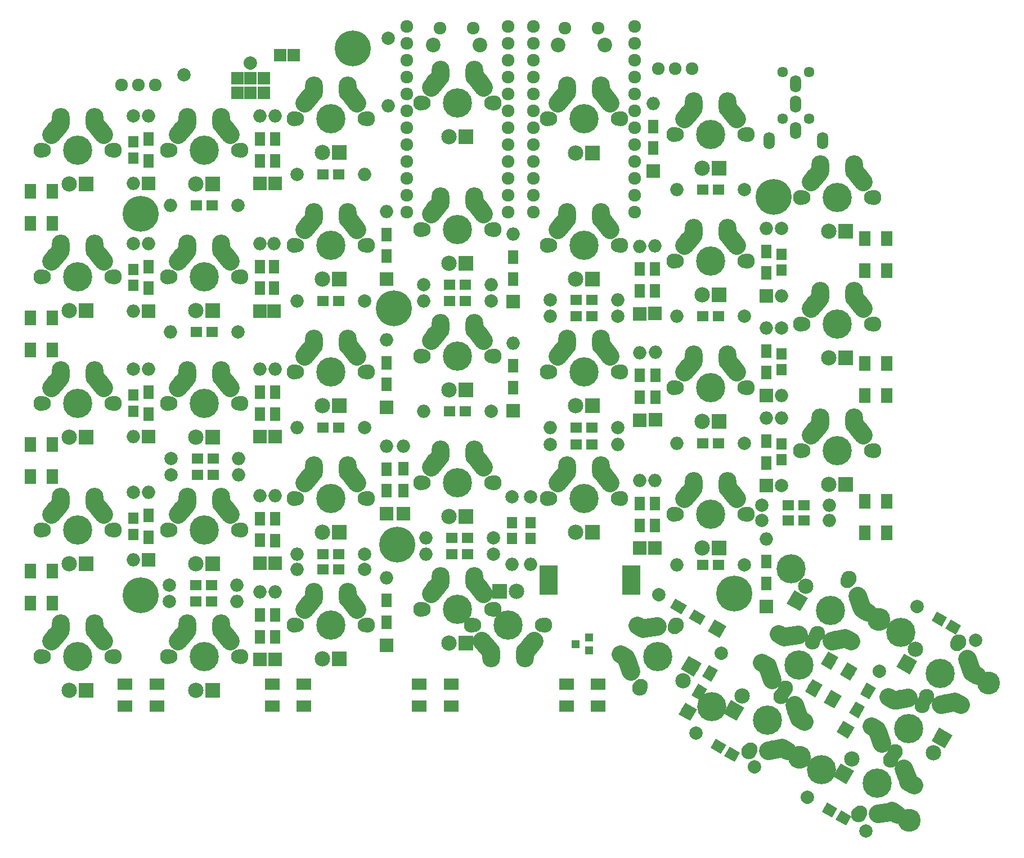
<source format=gbs>
G04 #@! TF.GenerationSoftware,KiCad,Pcbnew,(5.0.0)*
G04 #@! TF.CreationDate,2018-11-09T01:29:58+09:00*
G04 #@! TF.ProjectId,ergodash,6572676F646173682E6B696361645F70,2.0*
G04 #@! TF.SameCoordinates,Original*
G04 #@! TF.FileFunction,Soldermask,Bot*
G04 #@! TF.FilePolarity,Negative*
%FSLAX46Y46*%
G04 Gerber Fmt 4.6, Leading zero omitted, Abs format (unit mm)*
G04 Created by KiCad (PCBNEW (5.0.0)) date 11/09/18 01:29:58*
%MOMM*%
%LPD*%
G01*
G04 APERTURE LIST*
%ADD10R,1.600000X1.800000*%
%ADD11C,2.000000*%
%ADD12O,2.000000X2.000000*%
%ADD13C,1.600000*%
%ADD14C,0.100000*%
%ADD15C,2.000000*%
%ADD16R,1.800000X1.600000*%
%ADD17C,1.610000*%
%ADD18O,1.700000X2.600000*%
%ADD19C,4.400000*%
%ADD20C,2.300000*%
%ADD21C,2.800000*%
%ADD22C,2.800000*%
%ADD23O,2.700000X3.737000*%
%ADD24C,2.100000*%
%ADD25C,4.387800*%
%ADD26C,3.448000*%
%ADD27C,2.700000*%
%ADD28C,2.700000*%
%ADD29R,2.800000X4.400000*%
%ADD30C,2.200000*%
%ADD31C,1.924000*%
%ADD32C,5.400000*%
%ADD33R,1.924000X1.924000*%
%ADD34C,2.305000*%
%ADD35R,2.305000X2.305000*%
%ADD36R,1.300000X1.200000*%
%ADD37R,1.600000X2.000000*%
%ADD38R,2.000000X2.000000*%
%ADD39R,1.800000X2.200000*%
%ADD40R,2.200000X1.800000*%
%ADD41C,1.800000*%
G04 APERTURE END LIST*
D10*
G04 #@! TO.C,R40*
X155194000Y-116409000D03*
D11*
X155194000Y-110109000D03*
D12*
X155194000Y-120269000D03*
D10*
X155194000Y-114009000D03*
G04 #@! TD*
G04 #@! TO.C,R25*
X192913000Y-102158000D03*
D11*
X192913000Y-108458000D03*
D12*
X192913000Y-98298000D03*
D10*
X192913000Y-104558000D03*
G04 #@! TD*
D13*
G04 #@! TO.C,R37*
X216662000Y-128524000D03*
D14*
G36*
X217841423Y-128281180D02*
X217041423Y-129666820D01*
X215482577Y-128766820D01*
X216282577Y-127381180D01*
X217841423Y-128281180D01*
X217841423Y-128281180D01*
G37*
D11*
X222117960Y-131674000D03*
X213319142Y-126594000D03*
D15*
X213319142Y-126594000D02*
X213319142Y-126594000D01*
D13*
X218740461Y-129724000D03*
D14*
G36*
X219919884Y-129481180D02*
X219119884Y-130866820D01*
X217561038Y-129966820D01*
X218361038Y-128581180D01*
X219919884Y-129481180D01*
X219919884Y-129481180D01*
G37*
G04 #@! TD*
D10*
G04 #@! TO.C,R13*
X152400000Y-116388000D03*
D11*
X152400000Y-110088000D03*
D12*
X152400000Y-120248000D03*
D10*
X152400000Y-113988000D03*
G04 #@! TD*
G04 #@! TO.C,R3*
X95377000Y-59132000D03*
D11*
X95377000Y-52832000D03*
D12*
X95377000Y-62992000D03*
D10*
X95377000Y-56732000D03*
G04 #@! TD*
D16*
G04 #@! TO.C,R4*
X104825000Y-66294000D03*
D11*
X111125000Y-66294000D03*
D12*
X100965000Y-66294000D03*
D16*
X107225000Y-66294000D03*
G04 #@! TD*
G04 #@! TO.C,R5*
X126315000Y-61595000D03*
D11*
X120015000Y-61595000D03*
D12*
X130175000Y-61595000D03*
D16*
X123915000Y-61595000D03*
G04 #@! TD*
G04 #@! TO.C,R6*
X145365000Y-78232000D03*
D11*
X139065000Y-78232000D03*
D12*
X149225000Y-78232000D03*
D16*
X142965000Y-78232000D03*
G04 #@! TD*
G04 #@! TO.C,R7*
X164415000Y-80518000D03*
D11*
X158115000Y-80518000D03*
D12*
X168275000Y-80518000D03*
D16*
X162015000Y-80518000D03*
G04 #@! TD*
G04 #@! TO.C,R8*
X181025000Y-63881000D03*
D11*
X187325000Y-63881000D03*
D12*
X177165000Y-63881000D03*
D16*
X183425000Y-63881000D03*
G04 #@! TD*
D10*
G04 #@! TO.C,R9*
X192913000Y-76023000D03*
D11*
X192913000Y-69723000D03*
D12*
X192913000Y-79883000D03*
D10*
X192913000Y-73623000D03*
G04 #@! TD*
G04 #@! TO.C,R10*
X95377000Y-78309000D03*
D11*
X95377000Y-72009000D03*
D12*
X95377000Y-82169000D03*
D10*
X95377000Y-75909000D03*
G04 #@! TD*
D16*
G04 #@! TO.C,R11*
X104825000Y-85344000D03*
D11*
X111125000Y-85344000D03*
D12*
X100965000Y-85344000D03*
D16*
X107225000Y-85344000D03*
G04 #@! TD*
G04 #@! TO.C,R12*
X123875000Y-80645000D03*
D11*
X130175000Y-80645000D03*
D12*
X120015000Y-80645000D03*
D16*
X126275000Y-80645000D03*
G04 #@! TD*
G04 #@! TO.C,R15*
X142925000Y-80645000D03*
D11*
X149225000Y-80645000D03*
D12*
X139065000Y-80645000D03*
D16*
X145325000Y-80645000D03*
G04 #@! TD*
G04 #@! TO.C,R16*
X161975000Y-82931000D03*
D11*
X168275000Y-82931000D03*
D12*
X158115000Y-82931000D03*
D16*
X164375000Y-82931000D03*
G04 #@! TD*
G04 #@! TO.C,R17*
X181025000Y-82931000D03*
D11*
X187325000Y-82931000D03*
D12*
X177165000Y-82931000D03*
D16*
X183425000Y-82931000D03*
G04 #@! TD*
D10*
G04 #@! TO.C,R18*
X192913000Y-91009000D03*
D11*
X192913000Y-84709000D03*
D12*
X192913000Y-94869000D03*
D10*
X192913000Y-88609000D03*
G04 #@! TD*
G04 #@! TO.C,R19*
X95377000Y-97232000D03*
D11*
X95377000Y-90932000D03*
D12*
X95377000Y-101092000D03*
D10*
X95377000Y-94832000D03*
G04 #@! TD*
D16*
G04 #@! TO.C,R20*
X107392000Y-104394000D03*
D11*
X101092000Y-104394000D03*
D12*
X111252000Y-104394000D03*
D16*
X104992000Y-104394000D03*
G04 #@! TD*
G04 #@! TO.C,R21*
X123875000Y-99695000D03*
D11*
X130175000Y-99695000D03*
D12*
X120015000Y-99695000D03*
D16*
X126275000Y-99695000D03*
G04 #@! TD*
G04 #@! TO.C,R22*
X142925000Y-97282000D03*
D11*
X149225000Y-97282000D03*
D12*
X139065000Y-97282000D03*
D16*
X145325000Y-97282000D03*
G04 #@! TD*
G04 #@! TO.C,R23*
X161975000Y-99695000D03*
D11*
X168275000Y-99695000D03*
D12*
X158115000Y-99695000D03*
D16*
X164375000Y-99695000D03*
G04 #@! TD*
G04 #@! TO.C,R24*
X181025000Y-102108000D03*
D11*
X187325000Y-102108000D03*
D12*
X177165000Y-102108000D03*
D16*
X183425000Y-102108000D03*
G04 #@! TD*
G04 #@! TO.C,R26*
X107392000Y-106807000D03*
D11*
X101092000Y-106807000D03*
D12*
X111252000Y-106807000D03*
D16*
X104992000Y-106807000D03*
G04 #@! TD*
D10*
G04 #@! TO.C,R27*
X95377000Y-115774000D03*
D11*
X95377000Y-109474000D03*
D12*
X95377000Y-119634000D03*
D10*
X95377000Y-113374000D03*
G04 #@! TD*
D16*
G04 #@! TO.C,R28*
X123875000Y-118745000D03*
D11*
X130175000Y-118745000D03*
D12*
X120015000Y-118745000D03*
D16*
X126275000Y-118745000D03*
G04 #@! TD*
G04 #@! TO.C,R29*
X143306000Y-116332000D03*
D11*
X149606000Y-116332000D03*
D12*
X139446000Y-116332000D03*
D16*
X145706000Y-116332000D03*
G04 #@! TD*
G04 #@! TO.C,R30*
X164415000Y-102235000D03*
D11*
X158115000Y-102235000D03*
D12*
X168275000Y-102235000D03*
D16*
X162015000Y-102235000D03*
G04 #@! TD*
G04 #@! TO.C,R31*
X181025000Y-120396000D03*
D11*
X187325000Y-120396000D03*
D12*
X177165000Y-120396000D03*
D16*
X183425000Y-120396000D03*
G04 #@! TD*
D13*
G04 #@! TO.C,R32*
X185475172Y-148872000D03*
D14*
G36*
X184295749Y-149114820D02*
X185095749Y-147729180D01*
X186654595Y-148629180D01*
X185854595Y-150014820D01*
X184295749Y-149114820D01*
X184295749Y-149114820D01*
G37*
D11*
X180019212Y-145722000D03*
X188818030Y-150802000D03*
D15*
X188818030Y-150802000D02*
X188818030Y-150802000D01*
D13*
X183396711Y-147672000D03*
D14*
G36*
X182217288Y-147914820D02*
X183017288Y-146529180D01*
X184576134Y-147429180D01*
X183776134Y-148814820D01*
X182217288Y-147914820D01*
X182217288Y-147914820D01*
G37*
G04 #@! TD*
D16*
G04 #@! TO.C,R33*
X107138000Y-123444000D03*
D11*
X100838000Y-123444000D03*
D12*
X110998000Y-123444000D03*
D16*
X104738000Y-123444000D03*
G04 #@! TD*
G04 #@! TO.C,R34*
X107138000Y-125857000D03*
D11*
X100838000Y-125857000D03*
D12*
X110998000Y-125857000D03*
D16*
X104738000Y-125857000D03*
G04 #@! TD*
G04 #@! TO.C,R35*
X123875000Y-121031000D03*
D11*
X130175000Y-121031000D03*
D12*
X120015000Y-121031000D03*
D16*
X126275000Y-121031000D03*
G04 #@! TD*
G04 #@! TO.C,R36*
X143306000Y-118745000D03*
D11*
X149606000Y-118745000D03*
D12*
X139446000Y-118745000D03*
D16*
X145706000Y-118745000D03*
G04 #@! TD*
G04 #@! TO.C,R14*
X196292000Y-111379000D03*
D11*
X189992000Y-111379000D03*
D12*
X200152000Y-111379000D03*
D16*
X193892000Y-111379000D03*
G04 #@! TD*
G04 #@! TO.C,R38*
X196292000Y-113665000D03*
D11*
X189992000Y-113665000D03*
D12*
X200152000Y-113665000D03*
D16*
X193892000Y-113665000D03*
G04 #@! TD*
D13*
G04 #@! TO.C,R39*
X200157040Y-157251000D03*
D14*
G36*
X201336463Y-157008180D02*
X200536463Y-158393820D01*
X198977617Y-157493820D01*
X199777617Y-156108180D01*
X201336463Y-157008180D01*
X201336463Y-157008180D01*
G37*
D11*
X205613000Y-160401000D03*
X196814182Y-155321000D03*
D15*
X196814182Y-155321000D02*
X196814182Y-155321000D01*
D13*
X202235501Y-158451000D03*
D14*
G36*
X203414924Y-158208180D02*
X202614924Y-159593820D01*
X201056078Y-158693820D01*
X201856078Y-157308180D01*
X203414924Y-158208180D01*
X203414924Y-158208180D01*
G37*
G04 #@! TD*
D17*
G04 #@! TO.C,J1*
X197072000Y-53204000D03*
X193072000Y-53204000D03*
D18*
X195072000Y-48004000D03*
X199072000Y-56504000D03*
X195072000Y-55004000D03*
X191072000Y-56504000D03*
X195072000Y-51004000D03*
D17*
X193072000Y-46204000D03*
X197072000Y-46204000D03*
G04 #@! TD*
D19*
G04 #@! TO.C,SW8*
X106045000Y-115125500D03*
D20*
X100545000Y-115125500D03*
X111545000Y-115125500D03*
D21*
X102684951Y-112049269D03*
D22*
X102106442Y-112738709D02*
X103263460Y-111359829D01*
D21*
X109405049Y-112049269D03*
D22*
X108826540Y-111359829D02*
X109983558Y-112738709D01*
D23*
X108565000Y-110625500D03*
X103525000Y-110625500D03*
D24*
X111125000Y-115125500D03*
X100965000Y-115125500D03*
G04 #@! TD*
D25*
G04 #@! TO.C,*
X198932460Y-151187411D03*
X210870460Y-130510189D03*
D26*
X212130687Y-158807411D03*
X224068687Y-138130189D03*
G04 #@! TD*
D25*
G04 #@! TO.C,*
X182434460Y-141662361D03*
X194372460Y-120985139D03*
D26*
X195632687Y-149282361D03*
X207570687Y-128605139D03*
G04 #@! TD*
D12*
G04 #@! TO.C,R2*
X133731000Y-51308000D03*
D11*
X133731000Y-41148000D03*
G04 #@! TD*
G04 #@! TO.C,R1*
X113002647Y-44844735D03*
D15*
X113002647Y-44844735D02*
X113002647Y-44844735D01*
D11*
X102997000Y-46609000D03*
G04 #@! TD*
D19*
G04 #@! TO.C,SW34*
X174292000Y-134175250D03*
D20*
X171542000Y-138938390D03*
X177042000Y-129412110D03*
D21*
X169947881Y-135547022D03*
D22*
X170255699Y-136392745D02*
X169640063Y-134701299D01*
D21*
X173307930Y-129727247D03*
D22*
X172421603Y-129883530D02*
X174194257Y-129570964D01*
D27*
X171654886Y-129742866D03*
D28*
X171205852Y-129483616D02*
X172103920Y-130002116D01*
D27*
X169134886Y-134107634D03*
D28*
X168685852Y-133848384D02*
X169583920Y-134366884D01*
D24*
X176832000Y-129775841D03*
X171752000Y-138574659D03*
G04 #@! TD*
D19*
G04 #@! TO.C,SW38*
X151765000Y-129413000D03*
D20*
X157265000Y-129413000D03*
X146265000Y-129413000D03*
D21*
X155125049Y-132489231D03*
D22*
X155703558Y-131799791D02*
X154546540Y-133178671D01*
D21*
X148404951Y-132489231D03*
D22*
X148983460Y-133178671D02*
X147826442Y-131799791D01*
D23*
X149245000Y-133913000D03*
X154285000Y-133913000D03*
D24*
X146685000Y-129413000D03*
X156845000Y-129413000D03*
G04 #@! TD*
D29*
G04 #@! TO.C,M1*
X170284000Y-122682000D03*
X157884000Y-122682000D03*
G04 #@! TD*
D30*
G04 #@! TO.C,SW29*
X166314000Y-42124000D03*
X159314000Y-42124000D03*
D31*
X165314000Y-39624000D03*
X160314000Y-39624000D03*
G04 #@! TD*
D30*
G04 #@! TO.C,SW37*
X140518000Y-42124000D03*
X147518000Y-42124000D03*
D31*
X141518000Y-39624000D03*
X146518000Y-39624000D03*
G04 #@! TD*
D19*
G04 #@! TO.C,SW33*
X144145000Y-127031750D03*
D20*
X149645000Y-127031750D03*
X138645000Y-127031750D03*
D21*
X147505049Y-123955519D03*
D22*
X148083558Y-124644959D02*
X146926540Y-123266079D01*
D21*
X140784951Y-123955519D03*
D22*
X141363460Y-123266079D02*
X140206442Y-124644959D01*
D23*
X141625000Y-122531750D03*
X146665000Y-122531750D03*
D24*
X139065000Y-127031750D03*
X149225000Y-127031750D03*
G04 #@! TD*
D19*
G04 #@! TO.C,SW12*
X125095000Y-110363000D03*
D20*
X119595000Y-110363000D03*
X130595000Y-110363000D03*
D21*
X121734951Y-107286769D03*
D22*
X121156442Y-107976209D02*
X122313460Y-106597329D01*
D21*
X128455049Y-107286769D03*
D22*
X127876540Y-106597329D02*
X129033558Y-107976209D01*
D23*
X127615000Y-105863000D03*
X122575000Y-105863000D03*
D24*
X130175000Y-110363000D03*
X120015000Y-110363000D03*
G04 #@! TD*
D19*
G04 #@! TO.C,SW11*
X125095000Y-91313000D03*
D20*
X130595000Y-91313000D03*
X119595000Y-91313000D03*
D21*
X128455049Y-88236769D03*
D22*
X129033558Y-88926209D02*
X127876540Y-87547329D01*
D21*
X121734951Y-88236769D03*
D22*
X122313460Y-87547329D02*
X121156442Y-88926209D01*
D23*
X122575000Y-86813000D03*
X127615000Y-86813000D03*
D24*
X120015000Y-91313000D03*
X130175000Y-91313000D03*
G04 #@! TD*
D19*
G04 #@! TO.C,SW4*
X86995000Y-115125500D03*
D20*
X92495000Y-115125500D03*
X81495000Y-115125500D03*
D21*
X90355049Y-112049269D03*
D22*
X90933558Y-112738709D02*
X89776540Y-111359829D01*
D21*
X83634951Y-112049269D03*
D22*
X84213460Y-111359829D02*
X83056442Y-112738709D01*
D23*
X84475000Y-110625500D03*
X89515000Y-110625500D03*
D24*
X81915000Y-115125500D03*
X92075000Y-115125500D03*
G04 #@! TD*
D19*
G04 #@! TO.C,SW1*
X86995000Y-57975500D03*
D20*
X92495000Y-57975500D03*
X81495000Y-57975500D03*
D21*
X90355049Y-54899269D03*
D22*
X90933558Y-55588709D02*
X89776540Y-54209829D01*
D21*
X83634951Y-54899269D03*
D22*
X84213460Y-54209829D02*
X83056442Y-55588709D01*
D23*
X84475000Y-53475500D03*
X89515000Y-53475500D03*
D24*
X81915000Y-57975500D03*
X92075000Y-57975500D03*
G04 #@! TD*
D19*
G04 #@! TO.C,SW21*
X182245000Y-55594250D03*
D20*
X176745000Y-55594250D03*
X187745000Y-55594250D03*
D21*
X178884951Y-52518019D03*
D22*
X178306442Y-53207459D02*
X179463460Y-51828579D01*
D21*
X185605049Y-52518019D03*
D22*
X185026540Y-51828579D02*
X186183558Y-53207459D01*
D23*
X184765000Y-51094250D03*
X179725000Y-51094250D03*
D24*
X187325000Y-55594250D03*
X177165000Y-55594250D03*
G04 #@! TD*
D31*
G04 #@! TO.C,U6*
X170815000Y-39370000D03*
X170815000Y-41910000D03*
X170815000Y-44450000D03*
X170815000Y-46990000D03*
X170815000Y-49530000D03*
X170815000Y-52070000D03*
X170815000Y-54610000D03*
X170815000Y-57150000D03*
X170815000Y-59690000D03*
X170815000Y-62230000D03*
X170815000Y-64770000D03*
X170815000Y-67310000D03*
X155575000Y-67310000D03*
X155575000Y-64770000D03*
X155575000Y-62230000D03*
X155575000Y-59690000D03*
X155575000Y-57150000D03*
X155575000Y-54610000D03*
X155575000Y-52070000D03*
X155575000Y-49530000D03*
X155575000Y-46990000D03*
X155575000Y-44450000D03*
X155575000Y-41910000D03*
X155575000Y-39370000D03*
G04 #@! TD*
D32*
G04 #@! TO.C,U1*
X134620000Y-81788000D03*
G04 #@! TD*
G04 #@! TO.C,U2*
X191770000Y-65024000D03*
G04 #@! TD*
G04 #@! TO.C,U4*
X185801000Y-124714000D03*
G04 #@! TD*
G04 #@! TO.C,U5*
X96520000Y-67564000D03*
G04 #@! TD*
G04 #@! TO.C,U7*
X96520000Y-124968000D03*
G04 #@! TD*
D33*
G04 #@! TO.C,W1*
X119491000Y-43688000D03*
X117491000Y-43688000D03*
G04 #@! TD*
D31*
G04 #@! TO.C,J2*
X96139000Y-48133000D03*
X93639000Y-48133000D03*
X98639000Y-48133000D03*
G04 #@! TD*
G04 #@! TO.C,J3*
X176911000Y-45720000D03*
X174411000Y-45720000D03*
X179411000Y-45720000D03*
G04 #@! TD*
D32*
G04 #@! TO.C,U8*
X135128000Y-117348000D03*
G04 #@! TD*
G04 #@! TO.C,U9*
X128397000Y-42672000D03*
G04 #@! TD*
D34*
G04 #@! TO.C,D35*
X85725000Y-63055500D03*
D35*
X88265000Y-63055500D03*
G04 #@! TD*
D34*
G04 #@! TO.C,D36*
X104775000Y-63055500D03*
D35*
X107315000Y-63055500D03*
G04 #@! TD*
D34*
G04 #@! TO.C,D37*
X123825000Y-58293000D03*
D35*
X126365000Y-58293000D03*
G04 #@! TD*
D34*
G04 #@! TO.C,D38*
X142875000Y-55911750D03*
D35*
X145415000Y-55911750D03*
G04 #@! TD*
D34*
G04 #@! TO.C,D39*
X161925000Y-58420000D03*
D35*
X164465000Y-58420000D03*
G04 #@! TD*
D34*
G04 #@! TO.C,D40*
X180975000Y-60674250D03*
D35*
X183515000Y-60674250D03*
G04 #@! TD*
D34*
G04 #@! TO.C,D41*
X200025000Y-70199250D03*
D35*
X202565000Y-70199250D03*
G04 #@! TD*
D34*
G04 #@! TO.C,D42*
X85725000Y-82105500D03*
D35*
X88265000Y-82105500D03*
G04 #@! TD*
D34*
G04 #@! TO.C,D43*
X104775000Y-82105500D03*
D35*
X107315000Y-82105500D03*
G04 #@! TD*
D34*
G04 #@! TO.C,D44*
X123825000Y-77343000D03*
D35*
X126365000Y-77343000D03*
G04 #@! TD*
D34*
G04 #@! TO.C,D45*
X142875000Y-74961750D03*
D35*
X145415000Y-74961750D03*
G04 #@! TD*
D34*
G04 #@! TO.C,D46*
X161925000Y-77343000D03*
D35*
X164465000Y-77343000D03*
G04 #@! TD*
D34*
G04 #@! TO.C,D47*
X180975000Y-79724250D03*
D35*
X183515000Y-79724250D03*
G04 #@! TD*
D34*
G04 #@! TO.C,D48*
X200025000Y-89249250D03*
D35*
X202565000Y-89249250D03*
G04 #@! TD*
D34*
G04 #@! TO.C,D49*
X85725000Y-101155500D03*
D35*
X88265000Y-101155500D03*
G04 #@! TD*
D34*
G04 #@! TO.C,D50*
X104775000Y-101155500D03*
D35*
X107315000Y-101155500D03*
G04 #@! TD*
D34*
G04 #@! TO.C,D51*
X123825000Y-96393000D03*
D35*
X126365000Y-96393000D03*
G04 #@! TD*
D34*
G04 #@! TO.C,D52*
X142875000Y-94011750D03*
D35*
X145415000Y-94011750D03*
G04 #@! TD*
D34*
G04 #@! TO.C,D53*
X161925000Y-96393000D03*
D35*
X164465000Y-96393000D03*
G04 #@! TD*
D34*
G04 #@! TO.C,D54*
X180975000Y-98774250D03*
D35*
X183515000Y-98774250D03*
G04 #@! TD*
D34*
G04 #@! TO.C,D55*
X200025000Y-108299250D03*
D35*
X202565000Y-108299250D03*
G04 #@! TD*
D34*
G04 #@! TO.C,D56*
X85725000Y-120205500D03*
D35*
X88265000Y-120205500D03*
G04 #@! TD*
D34*
G04 #@! TO.C,D57*
X104775000Y-120205500D03*
D35*
X107315000Y-120205500D03*
G04 #@! TD*
D34*
G04 #@! TO.C,D58*
X123825000Y-115443000D03*
D35*
X126365000Y-115443000D03*
G04 #@! TD*
D34*
G04 #@! TO.C,D59*
X142875000Y-113061750D03*
D35*
X145415000Y-113061750D03*
G04 #@! TD*
D34*
G04 #@! TO.C,D60*
X161925000Y-115443000D03*
D35*
X164465000Y-115443000D03*
G04 #@! TD*
D34*
G04 #@! TO.C,D61*
X180975000Y-117824250D03*
D35*
X183515000Y-117824250D03*
G04 #@! TD*
D34*
G04 #@! TO.C,D62*
X178056409Y-137815102D03*
X179326409Y-135615398D03*
D14*
G36*
X179748253Y-137189742D02*
X177752065Y-136037242D01*
X178904565Y-134041054D01*
X180900753Y-135193554D01*
X179748253Y-137189742D01*
X179748253Y-137189742D01*
G37*
G04 #@! TD*
D34*
G04 #@! TO.C,D63*
X85725000Y-139255500D03*
D35*
X88265000Y-139255500D03*
G04 #@! TD*
D34*
G04 #@! TO.C,D64*
X104775000Y-139255500D03*
D35*
X107315000Y-139255500D03*
G04 #@! TD*
D34*
G04 #@! TO.C,D65*
X123825000Y-134493000D03*
D35*
X126365000Y-134493000D03*
G04 #@! TD*
D34*
G04 #@! TO.C,D66*
X142875000Y-132111750D03*
D35*
X145415000Y-132111750D03*
G04 #@! TD*
D31*
G04 #@! TO.C,U3*
X136525000Y-39370000D03*
X136525000Y-41910000D03*
X136525000Y-44450000D03*
X136525000Y-46990000D03*
X136525000Y-49530000D03*
X136525000Y-52070000D03*
X136525000Y-54610000D03*
X136525000Y-57150000D03*
X136525000Y-59690000D03*
X136525000Y-62230000D03*
X136525000Y-64770000D03*
X136525000Y-67310000D03*
X151765000Y-67310000D03*
X151765000Y-64770000D03*
X151765000Y-62230000D03*
X151765000Y-59690000D03*
X151765000Y-57150000D03*
X151765000Y-54610000D03*
X151765000Y-52070000D03*
X151765000Y-49530000D03*
X151765000Y-46990000D03*
X151765000Y-44450000D03*
X151765000Y-41910000D03*
X151765000Y-39370000D03*
G04 #@! TD*
D34*
G04 #@! TO.C,D67*
X153035000Y-124333000D03*
D35*
X150495000Y-124333000D03*
G04 #@! TD*
D13*
G04 #@! TO.C,D68*
X205920000Y-139349970D03*
D14*
G36*
X206112820Y-140615995D02*
X204727180Y-139815995D01*
X205727180Y-138083945D01*
X207112820Y-138883945D01*
X206112820Y-140615995D01*
X206112820Y-140615995D01*
G37*
D11*
X202565000Y-145161000D03*
D14*
G36*
X202931025Y-146527025D02*
X201198975Y-145527025D01*
X202198975Y-143794975D01*
X203931025Y-144794975D01*
X202931025Y-146527025D01*
X202931025Y-146527025D01*
G37*
D11*
X207645000Y-136362182D03*
D15*
X207645000Y-136362182D02*
X207645000Y-136362182D01*
D13*
X204290000Y-142173212D03*
D14*
G36*
X204482820Y-143439237D02*
X203097180Y-142639237D01*
X204097180Y-140907187D01*
X205482820Y-141707187D01*
X204482820Y-143439237D01*
X204482820Y-143439237D01*
G37*
G04 #@! TD*
D36*
G04 #@! TO.C,Q1*
X163957000Y-133223000D03*
X163957000Y-131323000D03*
X161957000Y-132273000D03*
G04 #@! TD*
D19*
G04 #@! TO.C,SW2*
X86995000Y-77025500D03*
D20*
X92495000Y-77025500D03*
X81495000Y-77025500D03*
D21*
X90355049Y-73949269D03*
D22*
X90933558Y-74638709D02*
X89776540Y-73259829D01*
D21*
X83634951Y-73949269D03*
D22*
X84213460Y-73259829D02*
X83056442Y-74638709D01*
D23*
X84475000Y-72525500D03*
X89515000Y-72525500D03*
D24*
X81915000Y-77025500D03*
X92075000Y-77025500D03*
G04 #@! TD*
D19*
G04 #@! TO.C,SW3*
X86995000Y-96075500D03*
D20*
X92495000Y-96075500D03*
X81495000Y-96075500D03*
D21*
X90355049Y-92999269D03*
D22*
X90933558Y-93688709D02*
X89776540Y-92309829D01*
D21*
X83634951Y-92999269D03*
D22*
X84213460Y-92309829D02*
X83056442Y-93688709D01*
D23*
X84475000Y-91575500D03*
X89515000Y-91575500D03*
D24*
X81915000Y-96075500D03*
X92075000Y-96075500D03*
G04 #@! TD*
D19*
G04 #@! TO.C,SW5*
X106045000Y-57975500D03*
D20*
X100545000Y-57975500D03*
X111545000Y-57975500D03*
D21*
X102684951Y-54899269D03*
D22*
X102106442Y-55588709D02*
X103263460Y-54209829D01*
D21*
X109405049Y-54899269D03*
D22*
X108826540Y-54209829D02*
X109983558Y-55588709D01*
D23*
X108565000Y-53475500D03*
X103525000Y-53475500D03*
D24*
X111125000Y-57975500D03*
X100965000Y-57975500D03*
G04 #@! TD*
D19*
G04 #@! TO.C,SW6*
X106045000Y-77025500D03*
D20*
X100545000Y-77025500D03*
X111545000Y-77025500D03*
D21*
X102684951Y-73949269D03*
D22*
X102106442Y-74638709D02*
X103263460Y-73259829D01*
D21*
X109405049Y-73949269D03*
D22*
X108826540Y-73259829D02*
X109983558Y-74638709D01*
D23*
X108565000Y-72525500D03*
X103525000Y-72525500D03*
D24*
X111125000Y-77025500D03*
X100965000Y-77025500D03*
G04 #@! TD*
D19*
G04 #@! TO.C,SW7*
X106045000Y-96075500D03*
D20*
X100545000Y-96075500D03*
X111545000Y-96075500D03*
D21*
X102684951Y-92999269D03*
D22*
X102106442Y-93688709D02*
X103263460Y-92309829D01*
D21*
X109405049Y-92999269D03*
D22*
X108826540Y-92309829D02*
X109983558Y-93688709D01*
D23*
X108565000Y-91575500D03*
X103525000Y-91575500D03*
D24*
X111125000Y-96075500D03*
X100965000Y-96075500D03*
G04 #@! TD*
D19*
G04 #@! TO.C,SW9*
X125095000Y-53213000D03*
D20*
X130595000Y-53213000D03*
X119595000Y-53213000D03*
D21*
X128455049Y-50136769D03*
D22*
X129033558Y-50826209D02*
X127876540Y-49447329D01*
D21*
X121734951Y-50136769D03*
D22*
X122313460Y-49447329D02*
X121156442Y-50826209D01*
D23*
X122575000Y-48713000D03*
X127615000Y-48713000D03*
D24*
X120015000Y-53213000D03*
X130175000Y-53213000D03*
G04 #@! TD*
D19*
G04 #@! TO.C,SW10*
X125095000Y-72263000D03*
D20*
X130595000Y-72263000D03*
X119595000Y-72263000D03*
D21*
X128455049Y-69186769D03*
D22*
X129033558Y-69876209D02*
X127876540Y-68497329D01*
D21*
X121734951Y-69186769D03*
D22*
X122313460Y-68497329D02*
X121156442Y-69876209D01*
D23*
X122575000Y-67763000D03*
X127615000Y-67763000D03*
D24*
X120015000Y-72263000D03*
X130175000Y-72263000D03*
G04 #@! TD*
D19*
G04 #@! TO.C,SW13*
X144145000Y-50831750D03*
D20*
X138645000Y-50831750D03*
X149645000Y-50831750D03*
D21*
X140784951Y-47755519D03*
D22*
X140206442Y-48444959D02*
X141363460Y-47066079D01*
D21*
X147505049Y-47755519D03*
D22*
X146926540Y-47066079D02*
X148083558Y-48444959D01*
D23*
X146665000Y-46331750D03*
X141625000Y-46331750D03*
D24*
X149225000Y-50831750D03*
X139065000Y-50831750D03*
G04 #@! TD*
D19*
G04 #@! TO.C,SW14*
X144145000Y-69881750D03*
D20*
X138645000Y-69881750D03*
X149645000Y-69881750D03*
D21*
X140784951Y-66805519D03*
D22*
X140206442Y-67494959D02*
X141363460Y-66116079D01*
D21*
X147505049Y-66805519D03*
D22*
X146926540Y-66116079D02*
X148083558Y-67494959D01*
D23*
X146665000Y-65381750D03*
X141625000Y-65381750D03*
D24*
X149225000Y-69881750D03*
X139065000Y-69881750D03*
G04 #@! TD*
D19*
G04 #@! TO.C,SW15*
X144145000Y-88931750D03*
D20*
X138645000Y-88931750D03*
X149645000Y-88931750D03*
D21*
X140784951Y-85855519D03*
D22*
X140206442Y-86544959D02*
X141363460Y-85166079D01*
D21*
X147505049Y-85855519D03*
D22*
X146926540Y-85166079D02*
X148083558Y-86544959D01*
D23*
X146665000Y-84431750D03*
X141625000Y-84431750D03*
D24*
X149225000Y-88931750D03*
X139065000Y-88931750D03*
G04 #@! TD*
D19*
G04 #@! TO.C,SW16*
X144145000Y-107981750D03*
D20*
X138645000Y-107981750D03*
X149645000Y-107981750D03*
D21*
X140784951Y-104905519D03*
D22*
X140206442Y-105594959D02*
X141363460Y-104216079D01*
D21*
X147505049Y-104905519D03*
D22*
X146926540Y-104216079D02*
X148083558Y-105594959D01*
D23*
X146665000Y-103481750D03*
X141625000Y-103481750D03*
D24*
X149225000Y-107981750D03*
X139065000Y-107981750D03*
G04 #@! TD*
D19*
G04 #@! TO.C,SW17*
X163195000Y-53213000D03*
D20*
X157695000Y-53213000D03*
X168695000Y-53213000D03*
D21*
X159834951Y-50136769D03*
D22*
X159256442Y-50826209D02*
X160413460Y-49447329D01*
D21*
X166555049Y-50136769D03*
D22*
X165976540Y-49447329D02*
X167133558Y-50826209D01*
D23*
X165715000Y-48713000D03*
X160675000Y-48713000D03*
D24*
X168275000Y-53213000D03*
X158115000Y-53213000D03*
G04 #@! TD*
D19*
G04 #@! TO.C,SW18*
X163195000Y-72263000D03*
D20*
X157695000Y-72263000D03*
X168695000Y-72263000D03*
D21*
X159834951Y-69186769D03*
D22*
X159256442Y-69876209D02*
X160413460Y-68497329D01*
D21*
X166555049Y-69186769D03*
D22*
X165976540Y-68497329D02*
X167133558Y-69876209D01*
D23*
X165715000Y-67763000D03*
X160675000Y-67763000D03*
D24*
X168275000Y-72263000D03*
X158115000Y-72263000D03*
G04 #@! TD*
D19*
G04 #@! TO.C,SW19*
X163195000Y-91313000D03*
D20*
X157695000Y-91313000D03*
X168695000Y-91313000D03*
D21*
X159834951Y-88236769D03*
D22*
X159256442Y-88926209D02*
X160413460Y-87547329D01*
D21*
X166555049Y-88236769D03*
D22*
X165976540Y-87547329D02*
X167133558Y-88926209D01*
D23*
X165715000Y-86813000D03*
X160675000Y-86813000D03*
D24*
X168275000Y-91313000D03*
X158115000Y-91313000D03*
G04 #@! TD*
D19*
G04 #@! TO.C,SW20*
X163195000Y-110363000D03*
D20*
X157695000Y-110363000D03*
X168695000Y-110363000D03*
D21*
X159834951Y-107286769D03*
D22*
X159256442Y-107976209D02*
X160413460Y-106597329D01*
D21*
X166555049Y-107286769D03*
D22*
X165976540Y-106597329D02*
X167133558Y-107976209D01*
D23*
X165715000Y-105863000D03*
X160675000Y-105863000D03*
D24*
X168275000Y-110363000D03*
X158115000Y-110363000D03*
G04 #@! TD*
D19*
G04 #@! TO.C,SW22*
X182245000Y-74644250D03*
D20*
X187745000Y-74644250D03*
X176745000Y-74644250D03*
D21*
X185605049Y-71568019D03*
D22*
X186183558Y-72257459D02*
X185026540Y-70878579D01*
D21*
X178884951Y-71568019D03*
D22*
X179463460Y-70878579D02*
X178306442Y-72257459D01*
D23*
X179725000Y-70144250D03*
X184765000Y-70144250D03*
D24*
X177165000Y-74644250D03*
X187325000Y-74644250D03*
G04 #@! TD*
D19*
G04 #@! TO.C,SW23*
X182245000Y-93694250D03*
D20*
X187745000Y-93694250D03*
X176745000Y-93694250D03*
D21*
X185605049Y-90618019D03*
D22*
X186183558Y-91307459D02*
X185026540Y-89928579D01*
D21*
X178884951Y-90618019D03*
D22*
X179463460Y-89928579D02*
X178306442Y-91307459D01*
D23*
X179725000Y-89194250D03*
X184765000Y-89194250D03*
D24*
X177165000Y-93694250D03*
X187325000Y-93694250D03*
G04 #@! TD*
D19*
G04 #@! TO.C,SW24*
X182245000Y-112744250D03*
D20*
X187745000Y-112744250D03*
X176745000Y-112744250D03*
D21*
X185605049Y-109668019D03*
D22*
X186183558Y-110357459D02*
X185026540Y-108978579D01*
D21*
X178884951Y-109668019D03*
D22*
X179463460Y-108978579D02*
X178306442Y-110357459D01*
D23*
X179725000Y-108244250D03*
X184765000Y-108244250D03*
D24*
X177165000Y-112744250D03*
X187325000Y-112744250D03*
G04 #@! TD*
D19*
G04 #@! TO.C,SW25*
X201295000Y-65119250D03*
D20*
X195795000Y-65119250D03*
X206795000Y-65119250D03*
D21*
X197934951Y-62043019D03*
D22*
X197356442Y-62732459D02*
X198513460Y-61353579D01*
D21*
X204655049Y-62043019D03*
D22*
X204076540Y-61353579D02*
X205233558Y-62732459D01*
D23*
X203815000Y-60619250D03*
X198775000Y-60619250D03*
D24*
X206375000Y-65119250D03*
X196215000Y-65119250D03*
G04 #@! TD*
D19*
G04 #@! TO.C,SW26*
X201295000Y-84169250D03*
D20*
X195795000Y-84169250D03*
X206795000Y-84169250D03*
D21*
X197934951Y-81093019D03*
D22*
X197356442Y-81782459D02*
X198513460Y-80403579D01*
D21*
X204655049Y-81093019D03*
D22*
X204076540Y-80403579D02*
X205233558Y-81782459D01*
D23*
X203815000Y-79669250D03*
X198775000Y-79669250D03*
D24*
X206375000Y-84169250D03*
X196215000Y-84169250D03*
G04 #@! TD*
D19*
G04 #@! TO.C,SW27*
X201295000Y-103219250D03*
D20*
X195795000Y-103219250D03*
X206795000Y-103219250D03*
D21*
X197934951Y-100143019D03*
D22*
X197356442Y-100832459D02*
X198513460Y-99453579D01*
D21*
X204655049Y-100143019D03*
D22*
X204076540Y-99453579D02*
X205233558Y-100832459D01*
D23*
X203815000Y-98719250D03*
X198775000Y-98719250D03*
D24*
X206375000Y-103219250D03*
X196215000Y-103219250D03*
G04 #@! TD*
D19*
G04 #@! TO.C,SW28*
X200315000Y-127202300D03*
D20*
X203065000Y-122439160D03*
X197565000Y-131965440D03*
D21*
X204659119Y-125830528D03*
D22*
X204351301Y-124984805D02*
X204966937Y-126676251D01*
D21*
X201299070Y-131650303D03*
D22*
X202185397Y-131494020D02*
X200412743Y-131806586D01*
D27*
X202952114Y-131634684D03*
D28*
X203401148Y-131893934D02*
X202503080Y-131375434D01*
D27*
X205472114Y-127269916D03*
D28*
X205921148Y-127529166D02*
X205023080Y-127010666D01*
D24*
X197775000Y-131601709D03*
X202855000Y-122802891D03*
G04 #@! TD*
D19*
G04 #@! TO.C,SW30*
X86995000Y-134175500D03*
D20*
X92495000Y-134175500D03*
X81495000Y-134175500D03*
D21*
X90355049Y-131099269D03*
D22*
X90933558Y-131788709D02*
X89776540Y-130409829D01*
D21*
X83634951Y-131099269D03*
D22*
X84213460Y-130409829D02*
X83056442Y-131788709D01*
D23*
X84475000Y-129675500D03*
X89515000Y-129675500D03*
D24*
X81915000Y-134175500D03*
X92075000Y-134175500D03*
G04 #@! TD*
D19*
G04 #@! TO.C,SW31*
X106045000Y-134175500D03*
D20*
X100545000Y-134175500D03*
X111545000Y-134175500D03*
D21*
X102684951Y-131099269D03*
D22*
X102106442Y-131788709D02*
X103263460Y-130409829D01*
D21*
X109405049Y-131099269D03*
D22*
X108826540Y-130409829D02*
X109983558Y-131788709D01*
D23*
X108565000Y-129675500D03*
X103525000Y-129675500D03*
D24*
X111125000Y-134175500D03*
X100965000Y-134175500D03*
G04 #@! TD*
D19*
G04 #@! TO.C,SW32*
X125095000Y-129413000D03*
D20*
X130595000Y-129413000D03*
X119595000Y-129413000D03*
D21*
X128455049Y-126336769D03*
D22*
X129033558Y-127026209D02*
X127876540Y-125647329D01*
D21*
X121734951Y-126336769D03*
D22*
X122313460Y-125647329D02*
X121156442Y-127026209D01*
D23*
X122575000Y-124913000D03*
X127615000Y-124913000D03*
D24*
X120015000Y-129413000D03*
X130175000Y-129413000D03*
G04 #@! TD*
D19*
G04 #@! TO.C,SW35*
X190790000Y-143700300D03*
D20*
X193540000Y-138937160D03*
X188040000Y-148463440D03*
D21*
X195134119Y-142328528D03*
D22*
X194826301Y-141482805D02*
X195441937Y-143174251D01*
D21*
X191774070Y-148148303D03*
D22*
X192660397Y-147992020D02*
X190887743Y-148304586D01*
D27*
X193427114Y-148132684D03*
D28*
X193876148Y-148391934D02*
X192978080Y-147873434D01*
D27*
X195947114Y-143767916D03*
D28*
X196396148Y-144027166D02*
X195498080Y-143508666D01*
D24*
X188250000Y-148099709D03*
X193330000Y-139300891D03*
G04 #@! TD*
D19*
G04 #@! TO.C,SW36*
X195552500Y-135451250D03*
D20*
X192802500Y-140214390D03*
X198302500Y-130688110D03*
D21*
X191208381Y-136823022D03*
D22*
X191516199Y-137668745D02*
X190900563Y-135977299D01*
D21*
X194568430Y-131003247D03*
D22*
X193682103Y-131159530D02*
X195454757Y-130846964D01*
D27*
X192915386Y-131018866D03*
D28*
X192466352Y-130759616D02*
X193364420Y-131278116D01*
D27*
X190395386Y-135383634D03*
D28*
X189946352Y-135124384D02*
X190844420Y-135642884D01*
D24*
X198092500Y-131051841D03*
X193012500Y-139850659D03*
G04 #@! TD*
D19*
G04 #@! TO.C,SW39*
X216813000Y-136727350D03*
D20*
X219563000Y-131964210D03*
X214063000Y-141490490D03*
D21*
X221157119Y-135355578D03*
D22*
X220849301Y-134509855D02*
X221464937Y-136201301D01*
D21*
X217797070Y-141175353D03*
D22*
X218683397Y-141019070D02*
X216910743Y-141331636D01*
D27*
X219450114Y-141159734D03*
D28*
X219899148Y-141418984D02*
X219001080Y-140900484D01*
D27*
X221970114Y-136794966D03*
D28*
X222419148Y-137054216D02*
X221521080Y-136535716D01*
D24*
X214273000Y-141126759D03*
X219353000Y-132327941D03*
G04 #@! TD*
D19*
G04 #@! TO.C,SW40*
X212050500Y-144976300D03*
D20*
X209300500Y-149739440D03*
X214800500Y-140213160D03*
D21*
X207706381Y-146348072D03*
D22*
X208014199Y-147193795D02*
X207398563Y-145502349D01*
D21*
X211066430Y-140528297D03*
D22*
X210180103Y-140684580D02*
X211952757Y-140372014D01*
D27*
X209413386Y-140543916D03*
D28*
X208964352Y-140284666D02*
X209862420Y-140803166D01*
D27*
X206893386Y-144908684D03*
D28*
X206444352Y-144649434D02*
X207342420Y-145167934D01*
D24*
X214590500Y-140576891D03*
X209510500Y-149375709D03*
G04 #@! TD*
D19*
G04 #@! TO.C,SW41*
X207288000Y-153225350D03*
D20*
X210038000Y-148462210D03*
X204538000Y-157988490D03*
D21*
X211632119Y-151853578D03*
D22*
X211324301Y-151007855D02*
X211939937Y-152699301D01*
D21*
X208272070Y-157673353D03*
D22*
X209158397Y-157517070D02*
X207385743Y-157829636D01*
D27*
X209925114Y-157657734D03*
D28*
X210374148Y-157916984D02*
X209476080Y-157398484D01*
D27*
X212445114Y-153292966D03*
D28*
X212894148Y-153552216D02*
X211996080Y-153033716D01*
D24*
X204748000Y-157624759D03*
X209828000Y-148825941D03*
G04 #@! TD*
D33*
G04 #@! TO.C,J4*
X115030000Y-47159000D03*
X113030000Y-47159000D03*
X111030000Y-47159000D03*
G04 #@! TD*
G04 #@! TO.C,J5*
X115030000Y-49318000D03*
X113030000Y-49318000D03*
X111030000Y-49318000D03*
G04 #@! TD*
D34*
G04 #@! TO.C,D69*
X196550591Y-123562448D03*
X195280591Y-125762152D03*
D14*
G36*
X194858747Y-124187808D02*
X196854935Y-125340308D01*
X195702435Y-127336496D01*
X193706247Y-126183996D01*
X194858747Y-124187808D01*
X194858747Y-124187808D01*
G37*
G04 #@! TD*
D34*
G04 #@! TO.C,D70*
X213048591Y-133087498D03*
X211778591Y-135287202D03*
D14*
G36*
X211356747Y-133712858D02*
X213352935Y-134865358D01*
X212200435Y-136861546D01*
X210204247Y-135709046D01*
X211356747Y-133712858D01*
X211356747Y-133712858D01*
G37*
G04 #@! TD*
D34*
G04 #@! TO.C,D71*
X187025591Y-140060448D03*
X185755591Y-142260152D03*
D14*
G36*
X185333747Y-140685808D02*
X187329935Y-141838308D01*
X186177435Y-143834496D01*
X184181247Y-142681996D01*
X185333747Y-140685808D01*
X185333747Y-140685808D01*
G37*
G04 #@! TD*
D34*
G04 #@! TO.C,D72*
X203523591Y-149585498D03*
X202253591Y-151785202D03*
D14*
G36*
X201831747Y-150210858D02*
X203827935Y-151363358D01*
X202675435Y-153359546D01*
X200679247Y-152207046D01*
X201831747Y-150210858D01*
X201831747Y-150210858D01*
G37*
G04 #@! TD*
D34*
G04 #@! TO.C,D73*
X215814909Y-148616152D03*
X217084909Y-146416448D03*
D14*
G36*
X217506753Y-147990792D02*
X215510565Y-146838292D01*
X216663065Y-144842104D01*
X218659253Y-145994604D01*
X217506753Y-147990792D01*
X217506753Y-147990792D01*
G37*
G04 #@! TD*
D37*
G04 #@! TO.C,D1*
X97663000Y-56282000D03*
D38*
X97663000Y-62992000D03*
D12*
X97663000Y-52832000D03*
D37*
X97663000Y-59542000D03*
G04 #@! TD*
G04 #@! TO.C,D2*
X97663000Y-75459000D03*
D38*
X97663000Y-82169000D03*
D12*
X97663000Y-72009000D03*
D37*
X97663000Y-78719000D03*
G04 #@! TD*
G04 #@! TO.C,D3*
X97663000Y-94382000D03*
D38*
X97663000Y-101092000D03*
D12*
X97663000Y-90932000D03*
D37*
X97663000Y-97642000D03*
G04 #@! TD*
G04 #@! TO.C,D4*
X114427000Y-113411000D03*
D38*
X114427000Y-120121000D03*
D12*
X114427000Y-109961000D03*
D37*
X114427000Y-116671000D03*
G04 #@! TD*
G04 #@! TO.C,D5*
X114427000Y-56282000D03*
D38*
X114427000Y-62992000D03*
D12*
X114427000Y-52832000D03*
D37*
X114427000Y-59542000D03*
G04 #@! TD*
G04 #@! TO.C,D6*
X114427000Y-75459000D03*
D38*
X114427000Y-82169000D03*
D12*
X114427000Y-72009000D03*
D37*
X114427000Y-78719000D03*
G04 #@! TD*
G04 #@! TO.C,D7*
X114427000Y-94382000D03*
D38*
X114427000Y-101092000D03*
D12*
X114427000Y-90932000D03*
D37*
X114427000Y-97642000D03*
G04 #@! TD*
G04 #@! TO.C,D8*
X116713000Y-113432000D03*
D38*
X116713000Y-120142000D03*
D12*
X116713000Y-109982000D03*
D37*
X116713000Y-116692000D03*
G04 #@! TD*
G04 #@! TO.C,D9*
X116713000Y-56282000D03*
D38*
X116713000Y-62992000D03*
D12*
X116713000Y-52832000D03*
D37*
X116713000Y-59542000D03*
G04 #@! TD*
G04 #@! TO.C,D10*
X116586000Y-75459000D03*
D38*
X116586000Y-82169000D03*
D12*
X116586000Y-72009000D03*
D37*
X116586000Y-78719000D03*
G04 #@! TD*
G04 #@! TO.C,D11*
X116713000Y-94382000D03*
D38*
X116713000Y-101092000D03*
D12*
X116713000Y-90932000D03*
D37*
X116713000Y-97642000D03*
G04 #@! TD*
G04 #@! TO.C,D12*
X133477000Y-105939000D03*
D38*
X133477000Y-112649000D03*
D12*
X133477000Y-102489000D03*
D37*
X133477000Y-109199000D03*
G04 #@! TD*
G04 #@! TO.C,D13*
X133477000Y-70633000D03*
D38*
X133477000Y-77343000D03*
D12*
X133477000Y-67183000D03*
D37*
X133477000Y-73893000D03*
G04 #@! TD*
G04 #@! TO.C,D14*
X152527000Y-74062000D03*
D38*
X152527000Y-80772000D03*
D12*
X152527000Y-70612000D03*
D37*
X152527000Y-77322000D03*
G04 #@! TD*
G04 #@! TO.C,D15*
X133477000Y-89958000D03*
D38*
X133477000Y-96668000D03*
D12*
X133477000Y-86508000D03*
D37*
X133477000Y-93218000D03*
G04 #@! TD*
G04 #@! TO.C,D16*
X136017000Y-105918000D03*
D38*
X136017000Y-112628000D03*
D12*
X136017000Y-102468000D03*
D37*
X136017000Y-109178000D03*
G04 #@! TD*
G04 #@! TO.C,D17*
X173609000Y-54377000D03*
D38*
X173609000Y-61087000D03*
D12*
X173609000Y-50927000D03*
D37*
X173609000Y-57637000D03*
G04 #@! TD*
G04 #@! TO.C,D18*
X171577000Y-91863000D03*
D38*
X171577000Y-98573000D03*
D12*
X171577000Y-88413000D03*
D37*
X171577000Y-95123000D03*
G04 #@! TD*
G04 #@! TO.C,D19*
X152527000Y-90424000D03*
D38*
X152527000Y-97134000D03*
D12*
X152527000Y-86974000D03*
D37*
X152527000Y-93684000D03*
G04 #@! TD*
G04 #@! TO.C,D20*
X171577000Y-111146000D03*
D38*
X171577000Y-117856000D03*
D12*
X171577000Y-107696000D03*
D37*
X171577000Y-114406000D03*
G04 #@! TD*
G04 #@! TO.C,D21*
X173863000Y-75840000D03*
D38*
X173863000Y-82550000D03*
D12*
X173863000Y-72390000D03*
D37*
X173863000Y-79100000D03*
G04 #@! TD*
G04 #@! TO.C,D22*
X171577000Y-75861000D03*
D38*
X171577000Y-82571000D03*
D12*
X171577000Y-72411000D03*
D37*
X171577000Y-79121000D03*
G04 #@! TD*
G04 #@! TO.C,D23*
X173990000Y-91842000D03*
D38*
X173990000Y-98552000D03*
D12*
X173990000Y-88392000D03*
D37*
X173990000Y-95102000D03*
G04 #@! TD*
G04 #@! TO.C,D24*
X173863000Y-111146000D03*
D38*
X173863000Y-117856000D03*
D12*
X173863000Y-107696000D03*
D37*
X173863000Y-114406000D03*
G04 #@! TD*
G04 #@! TO.C,D25*
X190627000Y-73173000D03*
D38*
X190627000Y-79883000D03*
D12*
X190627000Y-69723000D03*
D37*
X190627000Y-76433000D03*
G04 #@! TD*
G04 #@! TO.C,D26*
X190627000Y-88159000D03*
D38*
X190627000Y-94869000D03*
D12*
X190627000Y-84709000D03*
D37*
X190627000Y-91419000D03*
G04 #@! TD*
G04 #@! TO.C,D27*
X190627000Y-101748000D03*
D38*
X190627000Y-108458000D03*
D12*
X190627000Y-98298000D03*
D37*
X190627000Y-105008000D03*
G04 #@! TD*
G04 #@! TO.C,D28*
X190627000Y-119888000D03*
D38*
X190627000Y-126598000D03*
D12*
X190627000Y-116438000D03*
D37*
X190627000Y-123148000D03*
G04 #@! TD*
G04 #@! TO.C,D29*
X97663000Y-112924000D03*
D38*
X97663000Y-119634000D03*
D12*
X97663000Y-109474000D03*
D37*
X97663000Y-116184000D03*
G04 #@! TD*
G04 #@! TO.C,D30*
X114427000Y-127910000D03*
D38*
X114427000Y-134620000D03*
D12*
X114427000Y-124460000D03*
D37*
X114427000Y-131170000D03*
G04 #@! TD*
G04 #@! TO.C,D31*
X116713000Y-127910000D03*
D38*
X116713000Y-134620000D03*
D12*
X116713000Y-124460000D03*
D37*
X116713000Y-131170000D03*
G04 #@! TD*
G04 #@! TO.C,D32*
X133477000Y-125730000D03*
D38*
X133477000Y-132440000D03*
D12*
X133477000Y-122280000D03*
D37*
X133477000Y-128990000D03*
G04 #@! TD*
D13*
G04 #@! TO.C,D33*
X177419000Y-126619000D03*
D14*
G36*
X178685025Y-126426180D02*
X177885025Y-127811820D01*
X176152975Y-126811820D01*
X176952975Y-125426180D01*
X178685025Y-126426180D01*
X178685025Y-126426180D01*
G37*
D11*
X183230030Y-129974000D03*
D14*
G36*
X184596055Y-129607975D02*
X183596055Y-131340025D01*
X181864005Y-130340025D01*
X182864005Y-128607975D01*
X184596055Y-129607975D01*
X184596055Y-129607975D01*
G37*
D11*
X174431212Y-124894000D03*
D15*
X174431212Y-124894000D02*
X174431212Y-124894000D01*
D13*
X180242242Y-128249000D03*
D14*
G36*
X181508267Y-128056180D02*
X180708267Y-129441820D01*
X178976217Y-128441820D01*
X179776217Y-127056180D01*
X181508267Y-128056180D01*
X181508267Y-128056180D01*
G37*
G04 #@! TD*
D13*
G04 #@! TO.C,D34*
X182171000Y-136682970D03*
D14*
G36*
X182363820Y-137948995D02*
X180978180Y-137148995D01*
X181978180Y-135416945D01*
X183363820Y-136216945D01*
X182363820Y-137948995D01*
X182363820Y-137948995D01*
G37*
D11*
X178816000Y-142494000D03*
D14*
G36*
X179182025Y-143860025D02*
X177449975Y-142860025D01*
X178449975Y-141127975D01*
X180182025Y-142127975D01*
X179182025Y-143860025D01*
X179182025Y-143860025D01*
G37*
D11*
X183896000Y-133695182D03*
D15*
X183896000Y-133695182D02*
X183896000Y-133695182D01*
D13*
X180541000Y-139506212D03*
D14*
G36*
X180733820Y-140772237D02*
X179348180Y-139972237D01*
X180348180Y-138240187D01*
X181733820Y-139040187D01*
X180733820Y-140772237D01*
X180733820Y-140772237D01*
G37*
G04 #@! TD*
D39*
G04 #@! TO.C,LED1*
X83184000Y-68948000D03*
X79884000Y-68948000D03*
X79884000Y-64148000D03*
X83184000Y-64148000D03*
G04 #@! TD*
G04 #@! TO.C,LED2*
X83184000Y-87998000D03*
X79884000Y-87998000D03*
X79884000Y-83198000D03*
X83184000Y-83198000D03*
G04 #@! TD*
G04 #@! TO.C,LED3*
X83184000Y-107048000D03*
X79884000Y-107048000D03*
X79884000Y-102248000D03*
X83184000Y-102248000D03*
G04 #@! TD*
G04 #@! TO.C,LED4*
X83184000Y-126098000D03*
X79884000Y-126098000D03*
X79884000Y-121298000D03*
X83184000Y-121298000D03*
G04 #@! TD*
D40*
G04 #@! TO.C,LED5*
X98920000Y-138304000D03*
X98920000Y-141604000D03*
X94120000Y-141604000D03*
X94120000Y-138304000D03*
G04 #@! TD*
G04 #@! TO.C,LED6*
X121060333Y-138304000D03*
X121060333Y-141604000D03*
X116260333Y-141604000D03*
X116260333Y-138304000D03*
G04 #@! TD*
G04 #@! TO.C,LED7*
X143200667Y-138304000D03*
X143200667Y-141604000D03*
X138400667Y-141604000D03*
X138400667Y-138304000D03*
G04 #@! TD*
G04 #@! TO.C,LED8*
X165341000Y-138304000D03*
X165341000Y-141604000D03*
X160541000Y-141604000D03*
X160541000Y-138304000D03*
G04 #@! TD*
D41*
G04 #@! TO.C,LED9*
X200177058Y-134764539D03*
D14*
G36*
X201506481Y-134261911D02*
X200406481Y-136167167D01*
X198847635Y-135267167D01*
X199947635Y-133361911D01*
X201506481Y-134261911D01*
X201506481Y-134261911D01*
G37*
D41*
X203034942Y-136414539D03*
D14*
G36*
X204364365Y-135911911D02*
X203264365Y-137817167D01*
X201705519Y-136917167D01*
X202805519Y-135011911D01*
X204364365Y-135911911D01*
X204364365Y-135911911D01*
G37*
D41*
X200634942Y-140571461D03*
D14*
G36*
X201964365Y-140068833D02*
X200864365Y-141974089D01*
X199305519Y-141074089D01*
X200405519Y-139168833D01*
X201964365Y-140068833D01*
X201964365Y-140068833D01*
G37*
D41*
X197777058Y-138921461D03*
D14*
G36*
X199106481Y-138418833D02*
X198006481Y-140324089D01*
X196447635Y-139424089D01*
X197547635Y-137518833D01*
X199106481Y-138418833D01*
X199106481Y-138418833D01*
G37*
G04 #@! TD*
D39*
G04 #@! TO.C,LED10*
X205487000Y-110757000D03*
X208787000Y-110757000D03*
X208787000Y-115557000D03*
X205487000Y-115557000D03*
G04 #@! TD*
G04 #@! TO.C,LED11*
X205487000Y-90056000D03*
X208787000Y-90056000D03*
X208787000Y-94856000D03*
X205487000Y-94856000D03*
G04 #@! TD*
G04 #@! TO.C,LED12*
X205487000Y-71260000D03*
X208787000Y-71260000D03*
X208787000Y-76060000D03*
X205487000Y-76060000D03*
G04 #@! TD*
M02*

</source>
